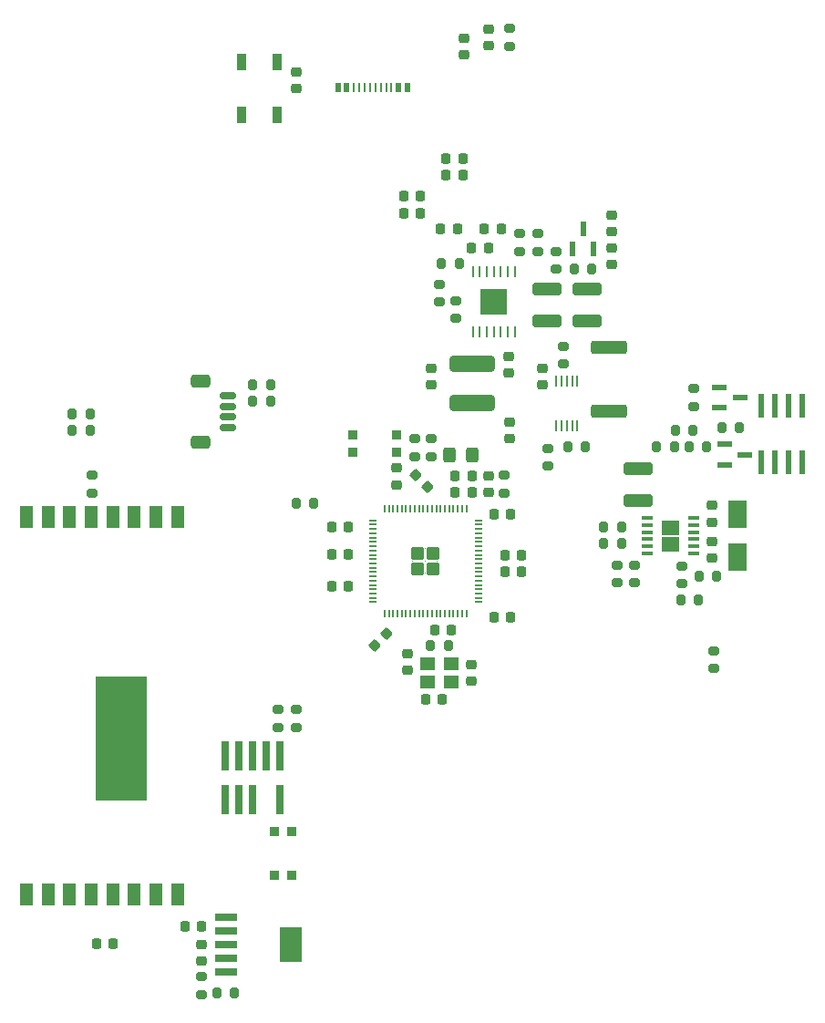
<source format=gtp>
%TF.GenerationSoftware,KiCad,Pcbnew,8.0.5*%
%TF.CreationDate,2024-11-25T18:16:58-08:00*%
%TF.ProjectId,mainboard,6d61696e-626f-4617-9264-2e6b69636164,06c*%
%TF.SameCoordinates,Original*%
%TF.FileFunction,Paste,Top*%
%TF.FilePolarity,Positive*%
%FSLAX46Y46*%
G04 Gerber Fmt 4.6, Leading zero omitted, Abs format (unit mm)*
G04 Created by KiCad (PCBNEW 8.0.5) date 2024-11-25 18:16:58*
%MOMM*%
%LPD*%
G01*
G04 APERTURE LIST*
G04 Aperture macros list*
%AMRoundRect*
0 Rectangle with rounded corners*
0 $1 Rounding radius*
0 $2 $3 $4 $5 $6 $7 $8 $9 X,Y pos of 4 corners*
0 Add a 4 corners polygon primitive as box body*
4,1,4,$2,$3,$4,$5,$6,$7,$8,$9,$2,$3,0*
0 Add four circle primitives for the rounded corners*
1,1,$1+$1,$2,$3*
1,1,$1+$1,$4,$5*
1,1,$1+$1,$6,$7*
1,1,$1+$1,$8,$9*
0 Add four rect primitives between the rounded corners*
20,1,$1+$1,$2,$3,$4,$5,0*
20,1,$1+$1,$4,$5,$6,$7,0*
20,1,$1+$1,$6,$7,$8,$9,0*
20,1,$1+$1,$8,$9,$2,$3,0*%
G04 Aperture macros list end*
%ADD10C,0.000000*%
%ADD11C,0.025400*%
%ADD12RoundRect,0.200000X-0.200000X-0.275000X0.200000X-0.275000X0.200000X0.275000X-0.200000X0.275000X0*%
%ADD13R,0.213360X1.120140*%
%ADD14R,1.722000X1.617000*%
%ADD15RoundRect,0.225000X-0.250000X0.225000X-0.250000X-0.225000X0.250000X-0.225000X0.250000X0.225000X0*%
%ADD16RoundRect,0.225000X0.250000X-0.225000X0.250000X0.225000X-0.250000X0.225000X-0.250000X-0.225000X0*%
%ADD17RoundRect,0.200000X0.200000X0.275000X-0.200000X0.275000X-0.200000X-0.275000X0.200000X-0.275000X0*%
%ADD18RoundRect,0.225000X0.225000X0.250000X-0.225000X0.250000X-0.225000X-0.250000X0.225000X-0.250000X0*%
%ADD19R,1.320800X0.558800*%
%ADD20R,0.609600X2.209800*%
%ADD21RoundRect,0.200000X-0.275000X0.200000X-0.275000X-0.200000X0.275000X-0.200000X0.275000X0.200000X0*%
%ADD22RoundRect,0.225000X-0.225000X-0.250000X0.225000X-0.250000X0.225000X0.250000X-0.225000X0.250000X0*%
%ADD23RoundRect,0.200000X0.275000X-0.200000X0.275000X0.200000X-0.275000X0.200000X-0.275000X-0.200000X0*%
%ADD24RoundRect,0.218750X0.256250X-0.218750X0.256250X0.218750X-0.256250X0.218750X-0.256250X-0.218750X0*%
%ADD25RoundRect,0.250000X-1.425000X0.362500X-1.425000X-0.362500X1.425000X-0.362500X1.425000X0.362500X0*%
%ADD26RoundRect,0.333000X-1.767000X0.417000X-1.767000X-0.417000X1.767000X-0.417000X1.767000X0.417000X0*%
%ADD27R,0.558800X1.320800*%
%ADD28RoundRect,0.250000X1.100000X-0.325000X1.100000X0.325000X-1.100000X0.325000X-1.100000X-0.325000X0*%
%ADD29R,0.211328X1.137920*%
%ADD30R,2.000000X0.650000*%
%ADD31R,2.000000X3.200000*%
%ADD32R,0.480000X0.920000*%
%ADD33R,0.240000X0.920000*%
%ADD34RoundRect,0.225000X-0.017678X0.335876X-0.335876X0.017678X0.017678X-0.335876X0.335876X-0.017678X0*%
%ADD35R,0.977900X0.302260*%
%ADD36R,1.700000X2.500000*%
%ADD37R,0.900000X1.500000*%
%ADD38RoundRect,0.250000X-0.325000X-0.450000X0.325000X-0.450000X0.325000X0.450000X-0.325000X0.450000X0*%
%ADD39RoundRect,0.250000X-0.350000X-0.350000X0.350000X-0.350000X0.350000X0.350000X-0.350000X0.350000X0*%
%ADD40RoundRect,0.044000X0.268000X-0.044000X0.268000X0.044000X-0.268000X0.044000X-0.268000X-0.044000X0*%
%ADD41RoundRect,0.044000X-0.044000X-0.268000X0.044000X-0.268000X0.044000X0.268000X-0.044000X0.268000X0*%
%ADD42R,0.000001X0.000001*%
%ADD43R,0.740000X2.790000*%
%ADD44R,1.400000X1.200000*%
%ADD45R,1.300000X2.000000*%
%ADD46R,4.700000X11.500000*%
%ADD47R,0.900000X0.900000*%
%ADD48RoundRect,0.150000X0.625000X-0.150000X0.625000X0.150000X-0.625000X0.150000X-0.625000X-0.150000X0*%
%ADD49RoundRect,0.250000X0.650000X-0.350000X0.650000X0.350000X-0.650000X0.350000X-0.650000X-0.350000X0*%
%ADD50RoundRect,0.225000X0.335876X0.017678X0.017678X0.335876X-0.335876X-0.017678X-0.017678X-0.335876X0*%
%ADD51RoundRect,0.250000X-1.100000X0.325000X-1.100000X-0.325000X1.100000X-0.325000X1.100000X0.325000X0*%
G04 APERTURE END LIST*
D10*
G36*
X158046100Y-81213096D02*
G01*
X155586100Y-81213096D01*
X155586100Y-78903096D01*
X158046100Y-78903096D01*
X158046100Y-81213096D01*
G37*
D11*
X173978900Y-101677800D02*
X172426300Y-101677800D01*
X172426300Y-100404600D01*
X173978900Y-100404600D01*
X173978900Y-101677800D01*
G36*
X173978900Y-101677800D02*
G01*
X172426300Y-101677800D01*
X172426300Y-100404600D01*
X173978900Y-100404600D01*
X173978900Y-101677800D01*
G37*
X173978900Y-103151000D02*
X172426300Y-103151000D01*
X172426300Y-101877800D01*
X173978900Y-101877800D01*
X173978900Y-103151000D01*
G36*
X173978900Y-103151000D02*
G01*
X172426300Y-103151000D01*
X172426300Y-101877800D01*
X173978900Y-101877800D01*
X173978900Y-103151000D01*
G37*
D12*
X177991000Y-91694000D03*
X179641000Y-91694000D03*
D13*
X158766134Y-77289496D03*
X158116121Y-77289496D03*
X157466112Y-77289496D03*
X156816100Y-77289496D03*
X156166088Y-77289496D03*
X155516079Y-77289496D03*
X154866066Y-77289496D03*
X154866066Y-82826696D03*
X155516079Y-82826696D03*
X156166088Y-82826696D03*
X156816100Y-82826696D03*
X157466112Y-82826696D03*
X158116121Y-82826696D03*
X158766134Y-82826696D03*
D14*
X156816100Y-80058096D03*
D15*
X151000000Y-86225000D03*
X151000000Y-87775000D03*
D16*
X158250000Y-92775000D03*
X158250000Y-91225000D03*
X158178500Y-86690500D03*
X158178500Y-85140500D03*
D17*
X153606000Y-76517500D03*
X151956000Y-76517500D03*
D18*
X156286500Y-75057000D03*
X154736500Y-75057000D03*
D19*
X177783800Y-87995596D03*
X177783800Y-89900596D03*
X179663400Y-88948096D03*
D12*
X164275000Y-76962000D03*
X165925000Y-76962000D03*
D20*
X185420000Y-89712800D03*
X184150000Y-89712800D03*
X182880000Y-89712800D03*
X181610000Y-89712800D03*
X181610000Y-94945200D03*
X182880000Y-94945200D03*
X184150000Y-94945200D03*
X185420000Y-94945200D03*
D16*
X154051000Y-57143000D03*
X154051000Y-55593000D03*
D21*
X158254700Y-54674000D03*
X158254700Y-56324000D03*
D18*
X153937000Y-66776600D03*
X152387000Y-66776600D03*
D22*
X148450000Y-71818500D03*
X150000000Y-71818500D03*
D21*
X159194500Y-73724000D03*
X159194500Y-75374000D03*
D22*
X151879000Y-73279000D03*
X153429000Y-73279000D03*
D21*
X119500000Y-96175000D03*
X119500000Y-97825000D03*
D18*
X157493000Y-73279000D03*
X155943000Y-73279000D03*
D22*
X148412000Y-70231000D03*
X149962000Y-70231000D03*
D21*
X151750000Y-78425000D03*
X151750000Y-80075000D03*
D23*
X160909000Y-75374000D03*
X160909000Y-73724000D03*
D24*
X156293500Y-56286500D03*
X156293500Y-54711500D03*
D25*
X167500000Y-84312500D03*
X167500000Y-90237500D03*
D26*
X154813000Y-85830000D03*
X154813000Y-89430000D03*
D27*
X164147500Y-75171300D03*
X166052500Y-75171300D03*
X165100000Y-73291700D03*
D17*
X175323000Y-91948000D03*
X173673000Y-91948000D03*
D21*
X175387000Y-88123096D03*
X175387000Y-89773096D03*
D28*
X161769100Y-81787096D03*
X161769100Y-78837096D03*
X165481000Y-81787096D03*
X165481000Y-78837096D03*
D15*
X167767000Y-71996000D03*
X167767000Y-73546000D03*
D21*
X163250000Y-84175000D03*
X163250000Y-85825000D03*
D29*
X164576001Y-87455300D03*
X164075999Y-87455300D03*
X163576000Y-87455300D03*
X163076001Y-87455300D03*
X162575999Y-87455300D03*
X162575999Y-91544700D03*
X163076001Y-91544700D03*
X163576000Y-91544700D03*
X164075999Y-91544700D03*
X164576001Y-91544700D03*
D21*
X129649937Y-142705948D03*
X129649937Y-144355948D03*
D16*
X167767000Y-76594000D03*
X167767000Y-75044000D03*
D30*
X131983937Y-137180948D03*
X131983937Y-138450948D03*
X131983937Y-139720948D03*
X131983937Y-140990948D03*
X131983937Y-142260948D03*
D31*
X137983937Y-139720948D03*
D22*
X119925800Y-139674600D03*
X121475800Y-139674600D03*
D12*
X131058937Y-144258948D03*
X132708937Y-144258948D03*
D15*
X129649937Y-139707948D03*
X129649937Y-141257948D03*
D22*
X152387000Y-68250000D03*
X153937000Y-68250000D03*
D16*
X161350000Y-87775000D03*
X161350000Y-86225000D03*
D32*
X148752000Y-60128000D03*
X147952000Y-60128000D03*
D33*
X146802000Y-60128000D03*
X145802000Y-60128000D03*
X145302000Y-60128000D03*
X144302000Y-60128000D03*
D32*
X143152000Y-60128000D03*
X142352000Y-60128000D03*
D33*
X143802000Y-60128000D03*
X144802000Y-60128000D03*
X146302000Y-60128000D03*
X147302000Y-60128000D03*
D17*
X177532800Y-105567481D03*
X175882800Y-105567481D03*
D23*
X161800000Y-95325000D03*
X161800000Y-93675000D03*
D34*
X146848008Y-110851992D03*
X145751992Y-111948008D03*
D22*
X157825000Y-105100000D03*
X159375000Y-105100000D03*
D21*
X168224200Y-104488481D03*
X168224200Y-106138481D03*
D22*
X150475000Y-117000000D03*
X152025000Y-117000000D03*
D17*
X136075000Y-89250000D03*
X134425000Y-89250000D03*
D18*
X143275000Y-103500000D03*
X141725000Y-103500000D03*
D23*
X149500000Y-94425000D03*
X149500000Y-92775000D03*
D21*
X177200000Y-112475000D03*
X177200000Y-114125000D03*
D35*
X171018200Y-100152200D03*
X171018200Y-100802441D03*
X171018200Y-101452681D03*
X171018200Y-102102919D03*
X171018200Y-102753159D03*
X171018200Y-103403400D03*
X175387000Y-103403400D03*
X175387000Y-102753159D03*
X175387000Y-102102919D03*
X175387000Y-101452681D03*
X175387000Y-100802441D03*
X175387000Y-100152200D03*
D15*
X148750000Y-112725000D03*
X148750000Y-114275000D03*
D17*
X140075000Y-98750000D03*
X138425000Y-98750000D03*
D18*
X143275000Y-101000000D03*
X141725000Y-101000000D03*
D22*
X153225000Y-96250000D03*
X154775000Y-96250000D03*
D18*
X143275000Y-106500000D03*
X141725000Y-106500000D03*
D22*
X156825000Y-109300000D03*
X158375000Y-109300000D03*
D36*
X179451000Y-99759000D03*
X179451000Y-103759000D03*
D22*
X151325000Y-110500000D03*
X152875000Y-110500000D03*
D23*
X162560000Y-77025000D03*
X162560000Y-75375000D03*
D16*
X156300000Y-97775000D03*
X156300000Y-96225000D03*
D37*
X136650000Y-57800000D03*
X133350000Y-57800000D03*
X133350000Y-62700000D03*
X136650000Y-62700000D03*
D22*
X128133937Y-138008948D03*
X129683937Y-138008948D03*
D38*
X152725000Y-94297500D03*
X154775000Y-94297500D03*
D16*
X177063400Y-100500481D03*
X177063400Y-98950481D03*
D21*
X169849800Y-104488481D03*
X169849800Y-106138481D03*
D39*
X149760000Y-103443333D03*
X149760000Y-104843333D03*
X151160000Y-103443333D03*
X151160000Y-104843333D03*
D40*
X145563500Y-100343333D03*
X145563500Y-100743333D03*
X145563500Y-101143333D03*
X145563500Y-101543333D03*
X145563500Y-101943333D03*
X145563500Y-102343333D03*
X145563500Y-102743333D03*
X145563500Y-103143333D03*
X145563500Y-103543333D03*
X145563500Y-103943333D03*
X145563500Y-104343333D03*
X145563500Y-104743333D03*
X145563500Y-105143333D03*
X145563500Y-105543333D03*
X145563500Y-105943333D03*
X145563500Y-106343333D03*
X145563500Y-106743333D03*
X145563500Y-107143333D03*
X145563500Y-107543333D03*
X145563500Y-107943333D03*
D41*
X146660000Y-109039833D03*
X147060000Y-109039833D03*
X147460000Y-109039833D03*
X147860000Y-109039833D03*
X148260000Y-109039833D03*
X148660000Y-109039833D03*
X149060000Y-109039833D03*
X149460000Y-109039833D03*
X149860000Y-109039833D03*
X150260000Y-109039833D03*
X150660000Y-109039833D03*
X151060000Y-109039833D03*
X151460000Y-109039833D03*
X151860000Y-109039833D03*
X152260000Y-109039833D03*
X152660000Y-109039833D03*
X153060000Y-109039833D03*
X153460000Y-109039833D03*
X153860000Y-109039833D03*
X154260000Y-109039833D03*
D40*
X155356500Y-107943333D03*
X155356500Y-107543333D03*
X155356500Y-107143333D03*
X155356500Y-106743333D03*
X155356500Y-106343333D03*
X155356500Y-105943333D03*
X155356500Y-105543333D03*
X155356500Y-105143333D03*
X155356500Y-104743333D03*
X155356500Y-104343333D03*
X155356500Y-103943333D03*
X155356500Y-103543333D03*
X155356500Y-103143333D03*
X155356500Y-102743333D03*
X155356500Y-102343333D03*
X155356500Y-101943333D03*
X155356500Y-101543333D03*
X155356500Y-101143333D03*
X155356500Y-100743333D03*
X155356500Y-100343333D03*
D41*
X154260000Y-99246833D03*
X153860000Y-99246833D03*
X153460000Y-99246833D03*
X153060000Y-99246833D03*
X152660000Y-99246833D03*
X152260000Y-99246833D03*
X151860000Y-99246833D03*
X151460000Y-99246833D03*
X151060000Y-99246833D03*
X150660000Y-99246833D03*
X150260000Y-99246833D03*
X149860000Y-99246833D03*
X149460000Y-99246833D03*
X149060000Y-99246833D03*
X148660000Y-99246833D03*
X148260000Y-99246833D03*
X147860000Y-99246833D03*
X147460000Y-99246833D03*
X147060000Y-99246833D03*
X146660000Y-99246833D03*
D42*
X149326667Y-103010000D03*
X149326667Y-104143333D03*
X149326667Y-105276666D03*
X150460000Y-103010000D03*
X150460000Y-104143333D03*
X150460000Y-105276666D03*
X151593333Y-103010000D03*
X151593333Y-104143333D03*
X151593333Y-105276666D03*
D43*
X131825000Y-126280000D03*
X131825000Y-122210000D03*
X133095000Y-126280000D03*
X133095000Y-122210000D03*
X134365000Y-126280000D03*
X134365000Y-122210000D03*
X135635000Y-122210000D03*
X136905000Y-126280000D03*
X136905000Y-122210000D03*
D44*
X150650000Y-115350000D03*
X152850000Y-115350000D03*
X152850000Y-113650000D03*
X150650000Y-113650000D03*
D45*
X113420000Y-135050000D03*
X115420000Y-135050000D03*
X117420000Y-135050000D03*
X119420000Y-135050000D03*
X121420000Y-135050000D03*
X123420000Y-135050000D03*
X125420000Y-135050000D03*
X127420000Y-135050000D03*
X127420000Y-100050000D03*
X125420000Y-100050000D03*
X123420000Y-100050000D03*
X121420000Y-100050000D03*
X119420000Y-100050000D03*
X117420000Y-100050000D03*
X115420000Y-100050000D03*
X113420000Y-100050000D03*
D46*
X122170000Y-120600000D03*
D47*
X143700000Y-94050000D03*
X147800000Y-94050000D03*
X143700000Y-92450000D03*
X147800000Y-92450000D03*
D17*
X176575000Y-93500000D03*
X174925000Y-93500000D03*
D48*
X132075000Y-91750000D03*
X132075000Y-90750000D03*
X132075000Y-89750000D03*
X132075000Y-88750000D03*
D49*
X129550000Y-93050000D03*
X129550000Y-87450000D03*
D17*
X136075000Y-87750000D03*
X134425000Y-87750000D03*
X173575000Y-93500000D03*
X171925000Y-93500000D03*
D12*
X174181000Y-107696000D03*
X175831000Y-107696000D03*
D23*
X138500000Y-119575000D03*
X138500000Y-117925000D03*
D12*
X167015000Y-100950000D03*
X168665000Y-100950000D03*
X117675000Y-90500000D03*
X119325000Y-90500000D03*
D17*
X168665000Y-102490000D03*
X167015000Y-102490000D03*
D23*
X153250000Y-81575000D03*
X153250000Y-79925000D03*
D16*
X147800000Y-97025000D03*
X147800000Y-95475000D03*
X177063400Y-103853281D03*
X177063400Y-102303281D03*
D17*
X165325000Y-93500000D03*
X163675000Y-93500000D03*
D22*
X157825000Y-103600000D03*
X159375000Y-103600000D03*
D15*
X138500000Y-58725000D03*
X138500000Y-60275000D03*
D50*
X150648008Y-97248008D03*
X149551992Y-96151992D03*
D47*
X138050000Y-133300000D03*
X138050000Y-129200000D03*
X136450000Y-133300000D03*
X136450000Y-129200000D03*
D15*
X154750000Y-113725000D03*
X154750000Y-115275000D03*
D12*
X117675000Y-92000000D03*
X119325000Y-92000000D03*
D23*
X151000000Y-94425000D03*
X151000000Y-92775000D03*
D22*
X156825000Y-99800000D03*
X158375000Y-99800000D03*
D51*
X170200000Y-95525000D03*
X170200000Y-98475000D03*
D17*
X152575000Y-112000000D03*
X150925000Y-112000000D03*
D21*
X157800000Y-96175000D03*
X157800000Y-97825000D03*
X174244000Y-104585000D03*
X174244000Y-106235000D03*
D19*
X178246700Y-93297500D03*
X178246700Y-95202500D03*
X180126300Y-94250000D03*
D23*
X136750000Y-119575000D03*
X136750000Y-117925000D03*
D22*
X153225000Y-97750000D03*
X154775000Y-97750000D03*
M02*

</source>
